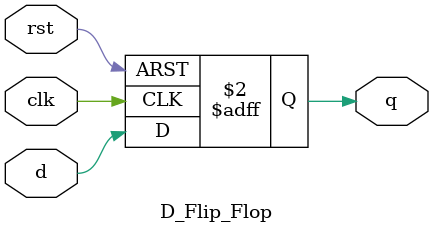
<source format=v>
`timescale 1ns / 1ps
module D_Flip_Flop(clk,d,rst,q);  // Sychronous Active High Flip Flop 
input  clk,d,rst;
output reg q;

always @(posedge clk or posedge rst) // sensitivity list
begin
if(rst) begin
q  <= 1'b0;        //  rest the output when rest is high
end
else begin
 q <= d;  // set the output of data line 
 end
end
endmodule

</source>
